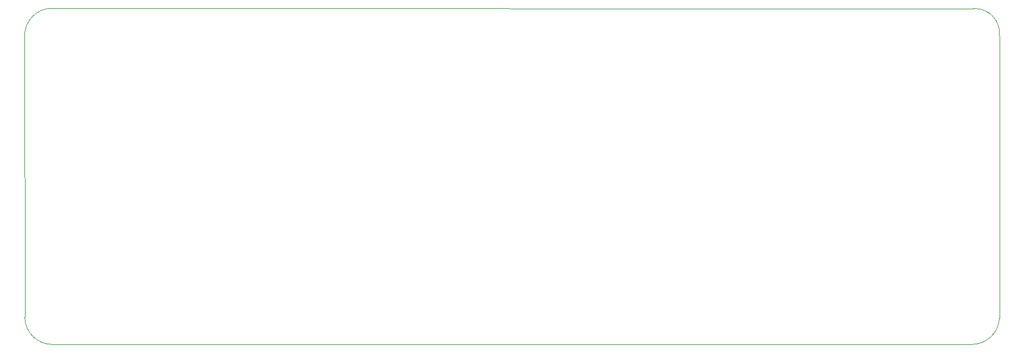
<source format=gbr>
%TF.GenerationSoftware,KiCad,Pcbnew,9.0.4*%
%TF.CreationDate,2025-10-13T09:43:13+02:00*%
%TF.ProjectId,Patch_Antenna,50617463-685f-4416-9e74-656e6e612e6b,rev?*%
%TF.SameCoordinates,Original*%
%TF.FileFunction,Profile,NP*%
%FSLAX46Y46*%
G04 Gerber Fmt 4.6, Leading zero omitted, Abs format (unit mm)*
G04 Created by KiCad (PCBNEW 9.0.4) date 2025-10-13 09:43:13*
%MOMM*%
%LPD*%
G01*
G04 APERTURE LIST*
%TA.AperFunction,Profile*%
%ADD10C,0.050000*%
%TD*%
G04 APERTURE END LIST*
D10*
X211197916Y-67015723D02*
G75*
G02*
X214999999Y-71000000I211661J-3604267D01*
G01*
X215000000Y-71000000D02*
X215000000Y-112186553D01*
X77000000Y-66985767D02*
X211183839Y-67014233D01*
X77000000Y-116000000D02*
X211000000Y-116000000D01*
X214999959Y-112187318D02*
G75*
G02*
X211000000Y-116000000I-4028401J221716D01*
G01*
X73000000Y-111999973D02*
X72971570Y-71000000D01*
X77000000Y-116000000D02*
G75*
G02*
X72999973Y-111999973I0J4000027D01*
G01*
X72971570Y-71000000D02*
G75*
G02*
X77000000Y-66971573I4028430J-3D01*
G01*
M02*

</source>
